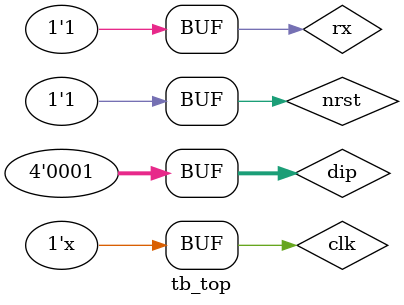
<source format=v>
`timescale 1ns / 1ps
`define CLK_PERIOD 10 //10ns
`define BAUD_MULT 10416 //10416 clks = 1 bit

module tb_top;

	// Inputs
	reg clk;
	reg nrst;
	reg [3:0] dip;
	reg rx;

	// Outputs
	wire [7:0] led;

	// Instantiate the Unit Under Test (UUT)
	top uut (
		.clk(clk), 
		.nrst(nrst), 
		.dip(dip), 
		.led(led), 
		.rx(rx)
	);

  always begin
    #(`CLK_PERIOD/2) clk = ~clk;
  end

	initial begin
		// Initialize Inputs
		clk = 0;
		nrst = 0;
		dip = 0;
		rx = 1'b1;

		// Wait 100 ns for global reset to finish
		#(`CLK_PERIOD*10);
    nrst = 1'b1;
    #(`CLK_PERIOD*10);
        
		// Add stimulus here
    #(`CLK_PERIOD * (`BAUD_MULT/2));
    #(`CLK_PERIOD * 5 * `BAUD_MULT);
    // Start bit
    rx = 0;
    #(`CLK_PERIOD * `BAUD_MULT);
    // bit 0
    rx = 1'b1;
    #(`CLK_PERIOD * `BAUD_MULT);
    // bit 1
    rx = 0;
    #(`CLK_PERIOD * `BAUD_MULT);
    // bit 2
    rx = 1'b1;
    #(`CLK_PERIOD * `BAUD_MULT);
    // bit 3
    rx = 1'b0;
    #(`CLK_PERIOD * `BAUD_MULT);
    // bit 4
    rx = 1'b0;
    #(`CLK_PERIOD * `BAUD_MULT);
    // bit 5
    rx = 1'b0;
    #(`CLK_PERIOD * `BAUD_MULT);
    // bit 6
    rx = 1'b1;
    #(`CLK_PERIOD * `BAUD_MULT);
    // bit 7
    rx = 1'b0;
    #(`CLK_PERIOD * `BAUD_MULT);
    // Stop bit
    rx = 1'b1;
    #(`CLK_PERIOD * `BAUD_MULT);
    
    // delay between test cases
    #(`CLK_PERIOD * `BAUD_MULT * 20);
    
    // Start bit
    rx = 0;
    #(`CLK_PERIOD * `BAUD_MULT);
    // bit 0
    rx = 1'b0;
    #(`CLK_PERIOD * `BAUD_MULT);
    // bit 1
    rx = 1'b1;
    #(`CLK_PERIOD * `BAUD_MULT);
    // bit 2
    rx = 1'b1;
    #(`CLK_PERIOD * `BAUD_MULT);
    // bit 3
    rx = 1'b0;
    #(`CLK_PERIOD * `BAUD_MULT);
    // bit 4
    rx = 1'b1;
    #(`CLK_PERIOD * `BAUD_MULT);
    // bit 5
    rx = 1'b0;
    #(`CLK_PERIOD * `BAUD_MULT);
    // bit 6
    rx = 1'b1;
    #(`CLK_PERIOD * `BAUD_MULT);
    // bit 7
    rx = 1'b1;
    #(`CLK_PERIOD * `BAUD_MULT);
    // Stop bit
    rx = 1'b1;
    #(`CLK_PERIOD * `BAUD_MULT);

    #(`CLK_PERIOD * 10);
    
    // Check regfile
    dip = {1'b0,3'd1};
    #(`CLK_PERIOD * `BAUD_MULT);

	end
      
endmodule


</source>
